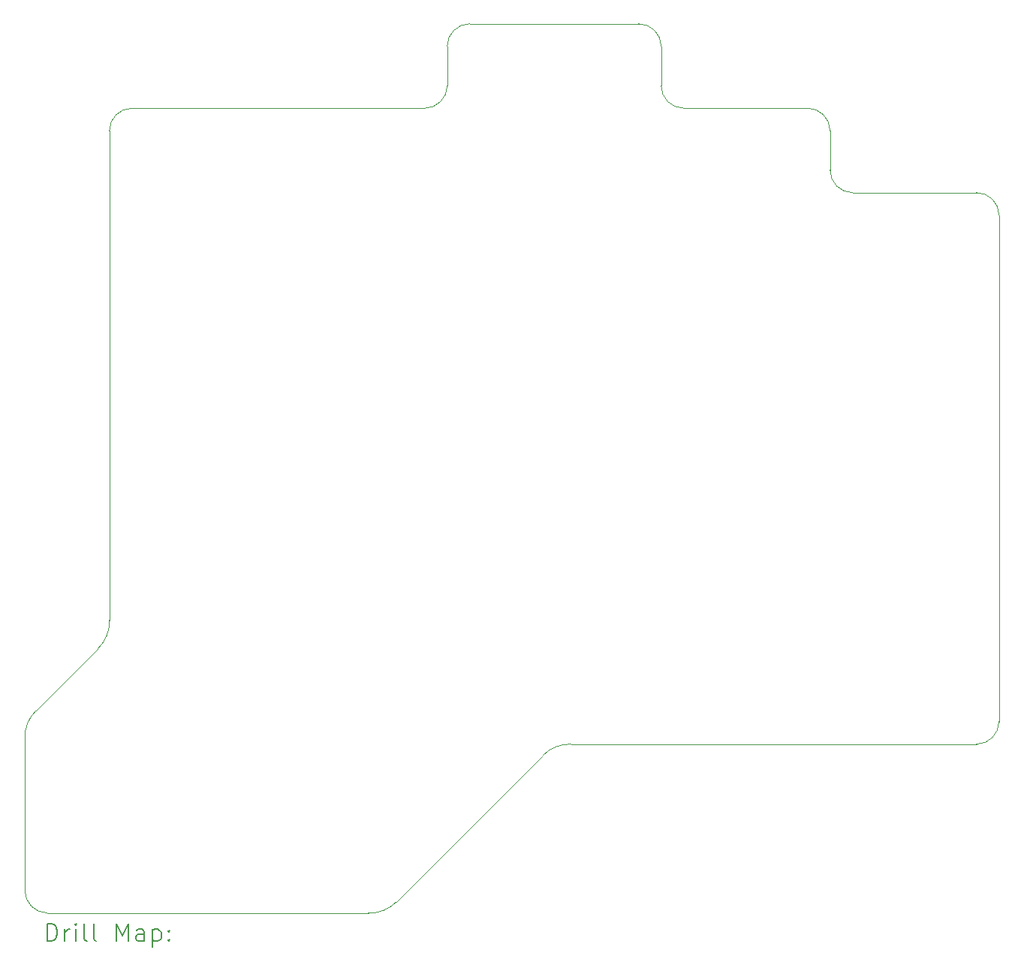
<source format=gbr>
%FSLAX45Y45*%
G04 Gerber Fmt 4.5, Leading zero omitted, Abs format (unit mm)*
G04 Created by KiCad (PCBNEW (6.0.6-1)-1) date 2022-07-19 11:16:53*
%MOMM*%
%LPD*%
G01*
G04 APERTURE LIST*
%TA.AperFunction,Profile*%
%ADD10C,0.120000*%
%TD*%
%ADD11C,0.200000*%
G04 APERTURE END LIST*
D10*
X5969000Y1905000D02*
X5969000Y1460500D01*
X3048000Y-5016499D02*
G75*
G03*
X2730500Y-5143500I-17120J-417572D01*
G01*
X4064000Y2857500D02*
G75*
G03*
X3810000Y3111500I-254000J0D01*
G01*
X1651000Y2857500D02*
X1651000Y2413000D01*
X4318000Y2159000D02*
X5715000Y2159000D01*
X7874000Y-4762500D02*
X7874000Y952500D01*
X1397000Y2159000D02*
G75*
G03*
X1651000Y2413000I0J254000D01*
G01*
X4064000Y2857500D02*
X4064000Y2413000D01*
X-2286000Y-3937000D02*
G75*
G03*
X-2159000Y-3619500I-290542J300367D01*
G01*
X-2286000Y-3937000D02*
X-2984500Y-4635500D01*
X1905000Y3111500D02*
G75*
G03*
X1651000Y2857500I0J-254000D01*
G01*
X7620000Y-5016500D02*
G75*
G03*
X7874000Y-4762500I0J254000D01*
G01*
X7874000Y952500D02*
G75*
G03*
X7620000Y1206500I-254000J0D01*
G01*
X-1905000Y2159000D02*
G75*
G03*
X-2159000Y1905000I0J-254000D01*
G01*
X3556000Y3111500D02*
X3810000Y3111500D01*
X-1905000Y2159000D02*
X1397000Y2159000D01*
X7620000Y-5016500D02*
X3048000Y-5016500D01*
X5969000Y1460500D02*
G75*
G03*
X6223000Y1206500I254000J0D01*
G01*
X-3111500Y-6667500D02*
G75*
G03*
X-2857500Y-6921500I254000J0D01*
G01*
X-3111500Y-6667500D02*
X-3111500Y-4953000D01*
X6223000Y1206500D02*
X7620000Y1206500D01*
X762000Y-6921501D02*
G75*
G03*
X1079500Y-6794500I17120J417572D01*
G01*
X3556000Y3111500D02*
X1905000Y3111500D01*
X762000Y-6921500D02*
X-2857500Y-6921500D01*
X5969000Y1905000D02*
G75*
G03*
X5715000Y2159000I-254000J0D01*
G01*
X4064000Y2413000D02*
G75*
G03*
X4318000Y2159000I254000J0D01*
G01*
X1079500Y-6794500D02*
X2730500Y-5143500D01*
X-2984500Y-4635500D02*
G75*
G03*
X-3111500Y-4953000I290542J-300367D01*
G01*
X-2159000Y1905000D02*
X-2159000Y-3619500D01*
D11*
X-2860232Y-7238328D02*
X-2860232Y-7038328D01*
X-2812613Y-7038328D01*
X-2784042Y-7047852D01*
X-2764994Y-7066900D01*
X-2755471Y-7085947D01*
X-2745947Y-7124043D01*
X-2745947Y-7152614D01*
X-2755471Y-7190709D01*
X-2764994Y-7209757D01*
X-2784042Y-7228805D01*
X-2812613Y-7238328D01*
X-2860232Y-7238328D01*
X-2660232Y-7238328D02*
X-2660232Y-7104995D01*
X-2660232Y-7143090D02*
X-2650709Y-7124043D01*
X-2641185Y-7114519D01*
X-2622137Y-7104995D01*
X-2603090Y-7104995D01*
X-2536423Y-7238328D02*
X-2536423Y-7104995D01*
X-2536423Y-7038328D02*
X-2545947Y-7047852D01*
X-2536423Y-7057376D01*
X-2526899Y-7047852D01*
X-2536423Y-7038328D01*
X-2536423Y-7057376D01*
X-2412613Y-7238328D02*
X-2431661Y-7228805D01*
X-2441185Y-7209757D01*
X-2441185Y-7038328D01*
X-2307851Y-7238328D02*
X-2326899Y-7228805D01*
X-2336423Y-7209757D01*
X-2336423Y-7038328D01*
X-2079280Y-7238328D02*
X-2079280Y-7038328D01*
X-2012613Y-7181186D01*
X-1945947Y-7038328D01*
X-1945947Y-7238328D01*
X-1764994Y-7238328D02*
X-1764994Y-7133566D01*
X-1774518Y-7114519D01*
X-1793566Y-7104995D01*
X-1831661Y-7104995D01*
X-1850709Y-7114519D01*
X-1764994Y-7228805D02*
X-1784042Y-7238328D01*
X-1831661Y-7238328D01*
X-1850709Y-7228805D01*
X-1860232Y-7209757D01*
X-1860232Y-7190709D01*
X-1850709Y-7171662D01*
X-1831661Y-7162138D01*
X-1784042Y-7162138D01*
X-1764994Y-7152614D01*
X-1669756Y-7104995D02*
X-1669756Y-7304995D01*
X-1669756Y-7114519D02*
X-1650709Y-7104995D01*
X-1612613Y-7104995D01*
X-1593566Y-7114519D01*
X-1584042Y-7124043D01*
X-1574518Y-7143090D01*
X-1574518Y-7200233D01*
X-1584042Y-7219281D01*
X-1593566Y-7228805D01*
X-1612613Y-7238328D01*
X-1650709Y-7238328D01*
X-1669756Y-7228805D01*
X-1488804Y-7219281D02*
X-1479280Y-7228805D01*
X-1488804Y-7238328D01*
X-1498328Y-7228805D01*
X-1488804Y-7219281D01*
X-1488804Y-7238328D01*
X-1488804Y-7114519D02*
X-1479280Y-7124043D01*
X-1488804Y-7133566D01*
X-1498328Y-7124043D01*
X-1488804Y-7114519D01*
X-1488804Y-7133566D01*
M02*

</source>
